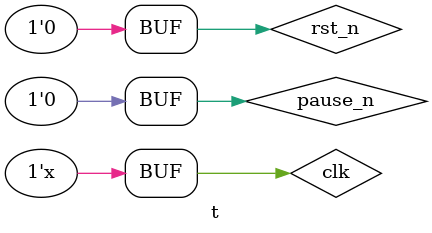
<source format=v>
`timescale 1ns / 1ps


module t;

	// Inputs
	reg clk;
	reg rst_n;
	reg pause_n;

	// Outputs
	wire [7:0] LED;
	wire [7:0] digit;
	wire [3:0] sel;

	// Instantiate the Unit Under Test (UUT)
	top uut (
		.clk(clk), 
		.rst_n(rst_n), 
		.pause_n(pause_n), 
		.LED(LED), 
		.digit(digit), 
		.sel(sel)
	);

	initial begin
		// Initialize Inputs
		clk = 0;
		rst_n = 0;
		pause_n = 0;

		// Wait 100 ns for global reset to finish
		#100;
      #2500000
			rst_n =1; 
		#100000
			rst_n = 0;
		#2500000
			pause_n = 1;
		#10000000 pause_n =0;
		// Add stimulus here
	end
	always #10 clk=~clk;
endmodule


</source>
